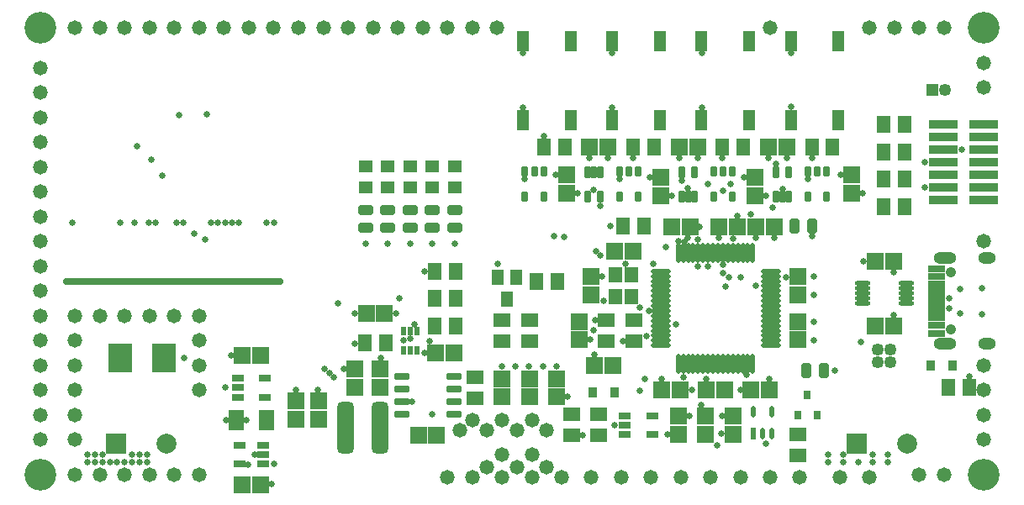
<source format=gbr>
%TF.GenerationSoftware,Altium Limited,Altium Designer,21.0.9 (235)*%
G04 Layer_Color=8388736*
%FSLAX45Y45*%
%MOMM*%
%TF.SameCoordinates,23D9C264-9E25-4532-ABEF-1D24AEF7D3CB*%
%TF.FilePolarity,Negative*%
%TF.FileFunction,Soldermask,Top*%
%TF.Part,Single*%
G01*
G75*
%TA.AperFunction,SMDPad,CuDef*%
%ADD24R,0.80000X0.90000*%
G04:AMPARAMS|DCode=25|XSize=1.15564mm|YSize=0.52981mm|CornerRadius=0.2649mm|HoleSize=0mm|Usage=FLASHONLY|Rotation=90.000|XOffset=0mm|YOffset=0mm|HoleType=Round|Shape=RoundedRectangle|*
%AMROUNDEDRECTD25*
21,1,1.15564,0.00000,0,0,90.0*
21,1,0.62584,0.52981,0,0,90.0*
1,1,0.52980,0.00000,0.31292*
1,1,0.52980,0.00000,-0.31292*
1,1,0.52980,0.00000,-0.31292*
1,1,0.52980,0.00000,0.31292*
%
%ADD25ROUNDEDRECTD25*%
%ADD26R,0.52981X1.15564*%
%ADD84R,1.70320X1.65320*%
%ADD85R,1.70320X1.40320*%
%ADD86R,1.40320X1.70320*%
%TA.AperFunction,ComponentPad*%
%ADD88C,1.25320*%
%ADD89R,1.25320X1.25320*%
%ADD90R,2.00320X2.00320*%
%TA.AperFunction,ViaPad*%
%ADD91C,3.20320*%
%TA.AperFunction,ComponentPad*%
%ADD92O,1.80320X1.20320*%
%ADD93O,2.30320X1.20320*%
%ADD94C,1.05320*%
%ADD95C,2.00320*%
%ADD96O,22.20320X0.70320*%
%TA.AperFunction,ViaPad*%
%ADD97C,0.65320*%
%ADD98C,1.47320*%
%TA.AperFunction,SMDPad,CuDef*%
G04:AMPARAMS|DCode=127|XSize=1.5032mm|YSize=0.9632mm|CornerRadius=0.1966mm|HoleSize=0mm|Usage=FLASHONLY|Rotation=270.000|XOffset=0mm|YOffset=0mm|HoleType=Round|Shape=RoundedRectangle|*
%AMROUNDEDRECTD127*
21,1,1.50320,0.57000,0,0,270.0*
21,1,1.11000,0.96320,0,0,270.0*
1,1,0.39320,-0.28500,-0.55500*
1,1,0.39320,-0.28500,0.55500*
1,1,0.39320,0.28500,0.55500*
1,1,0.39320,0.28500,-0.55500*
%
%ADD127ROUNDEDRECTD127*%
%ADD128R,2.99320X0.94320*%
%ADD129R,1.25320X0.80320*%
%ADD130R,1.30320X2.00320*%
%ADD131R,0.83320X1.03320*%
%ADD132R,2.36220X2.94620*%
%ADD133R,1.40320X1.30320*%
G04:AMPARAMS|DCode=134|XSize=1.5032mm|YSize=0.9632mm|CornerRadius=0.1966mm|HoleSize=0mm|Usage=FLASHONLY|Rotation=180.000|XOffset=0mm|YOffset=0mm|HoleType=Round|Shape=RoundedRectangle|*
%AMROUNDEDRECTD134*
21,1,1.50320,0.57000,0,0,180.0*
21,1,1.11000,0.96320,0,0,180.0*
1,1,0.39320,-0.55500,0.28500*
1,1,0.39320,0.55500,0.28500*
1,1,0.39320,0.55500,-0.28500*
1,1,0.39320,-0.55500,-0.28500*
%
%ADD134ROUNDEDRECTD134*%
G04:AMPARAMS|DCode=135|XSize=0.7532mm|YSize=1.0032mm|CornerRadius=0.1511mm|HoleSize=0mm|Usage=FLASHONLY|Rotation=0.000|XOffset=0mm|YOffset=0mm|HoleType=Round|Shape=RoundedRectangle|*
%AMROUNDEDRECTD135*
21,1,0.75320,0.70100,0,0,0.0*
21,1,0.45100,1.00320,0,0,0.0*
1,1,0.30220,0.22550,-0.35050*
1,1,0.30220,-0.22550,-0.35050*
1,1,0.30220,-0.22550,0.35050*
1,1,0.30220,0.22550,0.35050*
%
%ADD135ROUNDEDRECTD135*%
G04:AMPARAMS|DCode=136|XSize=0.6532mm|YSize=1.2532mm|CornerRadius=0.1511mm|HoleSize=0mm|Usage=FLASHONLY|Rotation=180.000|XOffset=0mm|YOffset=0mm|HoleType=Round|Shape=RoundedRectangle|*
%AMROUNDEDRECTD136*
21,1,0.65320,0.95100,0,0,180.0*
21,1,0.35100,1.25320,0,0,180.0*
1,1,0.30220,-0.17550,0.47550*
1,1,0.30220,0.17550,0.47550*
1,1,0.30220,0.17550,-0.47550*
1,1,0.30220,-0.17550,-0.47550*
%
%ADD136ROUNDEDRECTD136*%
%ADD137R,1.65320X1.70320*%
%ADD138R,1.20320X1.60320*%
%ADD139R,0.60320X0.85320*%
%ADD140R,1.20320X0.80320*%
%ADD141R,1.55320X2.05320*%
%ADD142O,0.50320X2.00320*%
%ADD143O,2.00320X0.50320*%
%TA.AperFunction,ConnectorPad*%
%ADD144R,1.65320X0.80320*%
%ADD145R,1.65320X0.50320*%
%TA.AperFunction,SMDPad,CuDef*%
G04:AMPARAMS|DCode=146|XSize=1.7032mm|YSize=5.2032mm|CornerRadius=0.4766mm|HoleSize=0mm|Usage=FLASHONLY|Rotation=180.000|XOffset=0mm|YOffset=0mm|HoleType=Round|Shape=RoundedRectangle|*
%AMROUNDEDRECTD146*
21,1,1.70320,4.25000,0,0,180.0*
21,1,0.75000,5.20320,0,0,180.0*
1,1,0.95320,-0.37500,2.12500*
1,1,0.95320,0.37500,2.12500*
1,1,0.95320,0.37500,-2.12500*
1,1,0.95320,-0.37500,-2.12500*
%
%ADD146ROUNDEDRECTD146*%
%ADD147R,1.40320X1.60320*%
%ADD148O,1.60320X0.45320*%
G04:AMPARAMS|DCode=149|XSize=0.7532mm|YSize=1.4532mm|CornerRadius=0.1511mm|HoleSize=0mm|Usage=FLASHONLY|Rotation=270.000|XOffset=0mm|YOffset=0mm|HoleType=Round|Shape=RoundedRectangle|*
%AMROUNDEDRECTD149*
21,1,0.75320,1.15100,0,0,270.0*
21,1,0.45100,1.45320,0,0,270.0*
1,1,0.30220,-0.57550,-0.22550*
1,1,0.30220,-0.57550,0.22550*
1,1,0.30220,0.57550,0.22550*
1,1,0.30220,0.57550,-0.22550*
%
%ADD149ROUNDEDRECTD149*%
D24*
X7880000Y850000D02*
D03*
X8070000D02*
D03*
X7975000Y1050000D02*
D03*
D25*
X7430000Y882528D02*
D03*
X7620000D02*
D03*
Y667472D02*
D03*
X7525000D02*
D03*
D26*
X7430000D02*
D03*
D84*
X6500000Y3057500D02*
D03*
Y3242500D02*
D03*
X7450000Y3057500D02*
D03*
Y3242500D02*
D03*
X8425000Y3082500D02*
D03*
Y3267500D02*
D03*
X3417339Y1131780D02*
D03*
Y1316780D02*
D03*
X5550000Y3267500D02*
D03*
Y3082500D02*
D03*
X7875000Y1792500D02*
D03*
Y1607500D02*
D03*
Y2057500D02*
D03*
Y2242500D02*
D03*
X5800000D02*
D03*
Y2057500D02*
D03*
X5675000Y1792500D02*
D03*
Y1607500D02*
D03*
X6950000Y842500D02*
D03*
Y657500D02*
D03*
X7225000D02*
D03*
Y842500D02*
D03*
X6675000D02*
D03*
Y657500D02*
D03*
X5450000Y1217500D02*
D03*
Y1032500D02*
D03*
X5175000Y1217500D02*
D03*
Y1032500D02*
D03*
X4900000Y1217500D02*
D03*
Y1032500D02*
D03*
X3675000Y1317500D02*
D03*
Y1132500D02*
D03*
X3050000Y992500D02*
D03*
Y807500D02*
D03*
X2825000Y992500D02*
D03*
Y807500D02*
D03*
D85*
X5175000Y1595000D02*
D03*
Y1805000D02*
D03*
X4625000Y1230000D02*
D03*
Y1020000D02*
D03*
X5950000Y1595000D02*
D03*
Y1805000D02*
D03*
X6225000Y1595000D02*
D03*
Y1805000D02*
D03*
X7875000Y445000D02*
D03*
Y655000D02*
D03*
X5875000Y855000D02*
D03*
Y645000D02*
D03*
X5600000D02*
D03*
Y855000D02*
D03*
X4900000Y1805000D02*
D03*
Y1595000D02*
D03*
D86*
X5320000Y3550000D02*
D03*
X5530000D02*
D03*
X9605000Y1125000D02*
D03*
X9395000D02*
D03*
X8230000Y3550000D02*
D03*
X8020000D02*
D03*
X7330000D02*
D03*
X7120000D02*
D03*
X6430000D02*
D03*
X6220000D02*
D03*
X6122280Y2755120D02*
D03*
X6332280D02*
D03*
X8745000Y2950000D02*
D03*
X8955000D02*
D03*
X8745000Y3225000D02*
D03*
X8955000D02*
D03*
X8745000Y3500000D02*
D03*
X8955000D02*
D03*
X8745000Y3775000D02*
D03*
X8955000D02*
D03*
X5245000Y2200000D02*
D03*
X5455000D02*
D03*
X4430000Y2300000D02*
D03*
X4220000D02*
D03*
X4430000Y2025000D02*
D03*
X4220000D02*
D03*
Y1750000D02*
D03*
X4430000D02*
D03*
X3520000Y1575000D02*
D03*
X3730000D02*
D03*
D88*
X8686500Y1513500D02*
D03*
X8813500D02*
D03*
X8686500Y1386500D02*
D03*
X8813500D02*
D03*
X9363500Y4125000D02*
D03*
D89*
X9236500D02*
D03*
D90*
X8476000Y558800D02*
D03*
X1016000D02*
D03*
D91*
X250000Y250000D02*
D03*
X9750000D02*
D03*
Y4750000D02*
D03*
X250000D02*
D03*
D92*
X9782000Y1568000D02*
D03*
Y2432000D02*
D03*
D93*
X9364000D02*
D03*
Y1568000D02*
D03*
D94*
X9417000Y2289000D02*
D03*
Y1711000D02*
D03*
D95*
X8984000Y558800D02*
D03*
X1524000D02*
D03*
D96*
X1584500Y2197600D02*
D03*
D97*
X7155180Y2141220D02*
D03*
X9158180Y3146000D02*
D03*
X9160300Y3400000D02*
D03*
X9531140Y3527000D02*
D03*
X8516620Y1590040D02*
D03*
X8532940Y3082500D02*
D03*
X7555840Y3057500D02*
D03*
X7203440Y3180080D02*
D03*
X6605880Y3057500D02*
D03*
X5657500Y3082500D02*
D03*
X8250000Y1300000D02*
D03*
X8185000Y450000D02*
D03*
X8335000D02*
D03*
X8185000Y375000D02*
D03*
X8335000D02*
D03*
X8485000D02*
D03*
X8635000D02*
D03*
X8785000Y450000D02*
D03*
X8635000D02*
D03*
X8785000Y375000D02*
D03*
X1325000D02*
D03*
X1175000Y450000D02*
D03*
X1250000D02*
D03*
X1325000D02*
D03*
X1250000Y375000D02*
D03*
X1175000D02*
D03*
X1100000D02*
D03*
X1025000D02*
D03*
X950000D02*
D03*
X875000D02*
D03*
X800000D02*
D03*
X725000D02*
D03*
X875000Y450000D02*
D03*
X800000D02*
D03*
X725000D02*
D03*
X2327500Y800000D02*
D03*
X2122500D02*
D03*
X7660000Y3380000D02*
D03*
X8542500Y2397500D02*
D03*
X5890000Y2957500D02*
D03*
X5992500Y2755000D02*
D03*
X1225000Y3557500D02*
D03*
X1372500Y3420000D02*
D03*
X1925000Y3877500D02*
D03*
X1650000Y3875000D02*
D03*
X7063100Y546900D02*
D03*
X7557500Y560000D02*
D03*
X7359969Y1256446D02*
D03*
X6887500Y2747500D02*
D03*
X6739189Y2590458D02*
D03*
X6675000Y2601510D02*
D03*
X6140000Y2372500D02*
D03*
X5927500Y2000000D02*
D03*
X5560202Y1032500D02*
D03*
X6957502Y1210203D02*
D03*
X9605000Y1235202D02*
D03*
X8842502Y1860205D02*
D03*
Y2289800D02*
D03*
X8019999Y3439800D02*
D03*
X7767498D02*
D03*
X7582499D02*
D03*
X7120001D02*
D03*
X6867500D02*
D03*
X6682501D02*
D03*
X6219998D02*
D03*
X5967501D02*
D03*
X5782498D02*
D03*
X5320000Y3660201D02*
D03*
X5130002Y3227299D02*
D03*
X5439797Y3267502D02*
D03*
X6079998Y3227299D02*
D03*
X6389796Y3242502D02*
D03*
X6709999Y3209798D02*
D03*
X7339800Y3242502D02*
D03*
X7979999Y3227299D02*
D03*
X8314799Y3267502D02*
D03*
X8022422Y2654899D02*
D03*
X6727100Y1227500D02*
D03*
X6815000Y1100000D02*
D03*
X7302500D02*
D03*
X6032297Y750001D02*
D03*
X5785201Y1607500D02*
D03*
X5910204Y2242500D02*
D03*
X7592502Y1210203D02*
D03*
X6507500D02*
D03*
X7267499Y2860203D02*
D03*
X7082500Y2639797D02*
D03*
X7642499D02*
D03*
X7457501D02*
D03*
X5832500Y1460200D02*
D03*
X6785204Y842498D02*
D03*
X6564798Y657499D02*
D03*
X5839800Y1805000D02*
D03*
X6114796Y1594998D02*
D03*
X5710204Y645003D02*
D03*
X8037500Y1602500D02*
D03*
Y1792500D02*
D03*
X7757500Y2237500D02*
D03*
X8037500Y2057500D02*
D03*
Y2242500D02*
D03*
X3911600Y1600200D02*
D03*
X3864970Y2029460D02*
D03*
X1478280Y3258820D02*
D03*
X6873240Y2347870D02*
D03*
X5847080Y2500270D02*
D03*
X5890260Y2458720D02*
D03*
X6972300Y2346960D02*
D03*
X6288099Y1091259D02*
D03*
X6337300Y1216660D02*
D03*
X6654800Y1765300D02*
D03*
X6774180Y3131820D02*
D03*
X5819140Y3119120D02*
D03*
X6423660Y2374900D02*
D03*
X6550660Y2545080D02*
D03*
X6769100Y2639800D02*
D03*
X5521661Y2646320D02*
D03*
X7127240Y3106420D02*
D03*
X7724140Y3130910D02*
D03*
X6875780Y2616200D02*
D03*
X7625080Y2938780D02*
D03*
X7226300Y2628900D02*
D03*
X7406640Y2872740D02*
D03*
X7124700Y2362200D02*
D03*
X7455398Y2149963D02*
D03*
X7122160Y2279460D02*
D03*
X7307580Y2237740D02*
D03*
X7188030Y2237910D02*
D03*
X6378310Y1899550D02*
D03*
X6283960Y1930400D02*
D03*
X6972300Y3180080D02*
D03*
X9730800Y1869440D02*
D03*
X9731948Y2124338D02*
D03*
X9514840Y2120900D02*
D03*
X6355080Y1648460D02*
D03*
X5824220Y1701800D02*
D03*
X4173530Y1592270D02*
D03*
X7117080Y840740D02*
D03*
X7106920Y660400D02*
D03*
X3305699Y1315000D02*
D03*
X1700000Y1425000D02*
D03*
X4424680Y2575560D02*
D03*
X5427980Y2654300D02*
D03*
X3246120Y1978660D02*
D03*
X3205480Y1229360D02*
D03*
X4196080Y858520D02*
D03*
X3116183Y1318260D02*
D03*
X3162300Y1272540D02*
D03*
X2606040Y355600D02*
D03*
X3975000Y2575000D02*
D03*
X4200000D02*
D03*
X3750000D02*
D03*
X3525000D02*
D03*
X2341880Y353060D02*
D03*
X2410460Y449580D02*
D03*
X3683450Y1425200D02*
D03*
X5173980Y1338580D02*
D03*
X5311140D02*
D03*
X5036820D02*
D03*
X5448300D02*
D03*
X4899660D02*
D03*
X7807960Y3954780D02*
D03*
Y4500880D02*
D03*
X6911340Y3952240D02*
D03*
Y4498340D02*
D03*
X6009640Y3952240D02*
D03*
Y4498340D02*
D03*
X568960Y2786380D02*
D03*
X1059180D02*
D03*
X1201420D02*
D03*
X1343660D02*
D03*
X1409700D02*
D03*
X1620520D02*
D03*
X1689100D02*
D03*
X1968500D02*
D03*
X2039620D02*
D03*
X2110740D02*
D03*
X2600960D02*
D03*
X2529840D02*
D03*
X2250440D02*
D03*
X2179320D02*
D03*
X5110480Y4498340D02*
D03*
Y3952240D02*
D03*
X2176780Y1450340D02*
D03*
X4018280Y1767840D02*
D03*
X3830320Y1877060D02*
D03*
X4853940Y2376640D02*
D03*
X9514840Y1871980D02*
D03*
X2583180Y152400D02*
D03*
X6901360Y954220D02*
D03*
X1798320Y2677160D02*
D03*
X1913890Y2622867D02*
D03*
X4117340Y2299780D02*
D03*
X4119880Y1474940D02*
D03*
X3992880Y988060D02*
D03*
X3975100Y1620520D02*
D03*
X3416300Y1874520D02*
D03*
X3416100Y1572340D02*
D03*
X3048000Y1107440D02*
D03*
X2821940D02*
D03*
X2115820Y1125220D02*
D03*
X9403440Y2024380D02*
D03*
X9405620Y1925320D02*
D03*
D98*
X4350000Y225000D02*
D03*
X4475000Y700000D02*
D03*
X5350000D02*
D03*
Y325000D02*
D03*
X5050000D02*
D03*
X4750000D02*
D03*
X5050000Y700000D02*
D03*
X4750000D02*
D03*
X4900000Y450000D02*
D03*
X5200000D02*
D03*
Y800000D02*
D03*
X4900000D02*
D03*
X4600000D02*
D03*
X8600000Y225000D02*
D03*
X8300000D02*
D03*
X9750000Y1100000D02*
D03*
Y850000D02*
D03*
Y600000D02*
D03*
X9100000Y250000D02*
D03*
X9350000D02*
D03*
X9750000Y1350000D02*
D03*
Y2600000D02*
D03*
Y4150000D02*
D03*
Y4400000D02*
D03*
X1850000Y1100000D02*
D03*
Y1350000D02*
D03*
Y1600000D02*
D03*
Y1850000D02*
D03*
X1600000D02*
D03*
X1350000D02*
D03*
X1100000D02*
D03*
X850000D02*
D03*
X600000D02*
D03*
Y1600000D02*
D03*
Y1350000D02*
D03*
Y1100000D02*
D03*
Y850000D02*
D03*
Y600000D02*
D03*
Y250000D02*
D03*
X850000D02*
D03*
X1100000D02*
D03*
X1350000D02*
D03*
X1600000D02*
D03*
X1850000D02*
D03*
X8600000Y4750000D02*
D03*
X8850000D02*
D03*
X9100000D02*
D03*
X9350000D02*
D03*
X4600000D02*
D03*
X4850000D02*
D03*
X7600000D02*
D03*
X600000D02*
D03*
X850000D02*
D03*
X1100000D02*
D03*
X1350000D02*
D03*
X1600000D02*
D03*
X1850000D02*
D03*
X2100000D02*
D03*
X2350000D02*
D03*
X2600000D02*
D03*
X2850000D02*
D03*
X3100000D02*
D03*
X3350000D02*
D03*
X3600000D02*
D03*
X3850000D02*
D03*
X4100000D02*
D03*
X4350000D02*
D03*
X250000Y4350000D02*
D03*
Y4100000D02*
D03*
Y3850000D02*
D03*
Y3600000D02*
D03*
Y3350000D02*
D03*
Y3100000D02*
D03*
Y2850000D02*
D03*
Y2600000D02*
D03*
Y2350000D02*
D03*
Y2100000D02*
D03*
Y1850000D02*
D03*
Y1600000D02*
D03*
Y1350000D02*
D03*
Y1100000D02*
D03*
Y850000D02*
D03*
Y600000D02*
D03*
X4600000Y225000D02*
D03*
X4900000D02*
D03*
X5200000D02*
D03*
X5500000D02*
D03*
X5800000D02*
D03*
X6100000D02*
D03*
X6400000D02*
D03*
X6700000D02*
D03*
X7000000D02*
D03*
X7300000D02*
D03*
X7600000D02*
D03*
X7900000D02*
D03*
D127*
X8140000Y1300000D02*
D03*
X7961000D02*
D03*
X7843420Y2755100D02*
D03*
X8022420D02*
D03*
D128*
X9346500Y3654000D02*
D03*
X9753500D02*
D03*
X9346500Y3781000D02*
D03*
X9753500D02*
D03*
X9346500Y3400000D02*
D03*
X9753500D02*
D03*
X9346500Y3527000D02*
D03*
X9753500D02*
D03*
X9346500Y3146000D02*
D03*
X9753500D02*
D03*
X9346500Y3273000D02*
D03*
X9753500D02*
D03*
X9346500Y3019000D02*
D03*
X9753500D02*
D03*
D129*
X2512500Y1220000D02*
D03*
Y1030000D02*
D03*
X2237500D02*
D03*
Y1125000D02*
D03*
Y1220000D02*
D03*
X6412500Y845000D02*
D03*
Y655000D02*
D03*
X6137500D02*
D03*
Y750000D02*
D03*
Y845000D02*
D03*
D130*
X5109501Y4620099D02*
D03*
X5589500D02*
D03*
X5109500Y3820100D02*
D03*
X5589500Y3820101D02*
D03*
X6909501Y4620099D02*
D03*
X7389500D02*
D03*
X6909500Y3820100D02*
D03*
X7389500Y3820101D02*
D03*
X7809501Y4620099D02*
D03*
X8289500D02*
D03*
X7809500Y3820100D02*
D03*
X8289500Y3820101D02*
D03*
X6009501Y4620099D02*
D03*
X6489500D02*
D03*
X6009500Y3820100D02*
D03*
X6489500Y3820101D02*
D03*
D131*
X5813500Y1075000D02*
D03*
X6036500D02*
D03*
X9213500Y1350000D02*
D03*
X9436500D02*
D03*
D132*
X1054000Y1425000D02*
D03*
X1496000D02*
D03*
D133*
X4425000Y3355000D02*
D03*
Y3145000D02*
D03*
X4200000Y3355000D02*
D03*
Y3145000D02*
D03*
X3975000Y3355000D02*
D03*
Y3145000D02*
D03*
X3749976Y3354999D02*
D03*
Y3144999D02*
D03*
X3525000Y3355000D02*
D03*
Y3145000D02*
D03*
D134*
X4425000Y2735000D02*
D03*
Y2914000D02*
D03*
X3975000Y2735000D02*
D03*
Y2914000D02*
D03*
X4200000Y2735000D02*
D03*
Y2914000D02*
D03*
X3750000Y2735000D02*
D03*
Y2914000D02*
D03*
X3525000Y2735000D02*
D03*
Y2914000D02*
D03*
D135*
X8170000Y3047500D02*
D03*
X7980000D02*
D03*
Y3302500D02*
D03*
X8075000D02*
D03*
X8170000D02*
D03*
X7220000Y3047500D02*
D03*
X7030000D02*
D03*
Y3302500D02*
D03*
X7125000D02*
D03*
X7220000D02*
D03*
X6270000Y3047500D02*
D03*
X6080000D02*
D03*
Y3302500D02*
D03*
X6175000D02*
D03*
X6270000D02*
D03*
X5130000Y3047500D02*
D03*
X5320000Y3302500D02*
D03*
X5225000D02*
D03*
X5130000D02*
D03*
X5320000Y3047500D02*
D03*
D136*
X7660000Y3297500D02*
D03*
X7790000D02*
D03*
Y3052500D02*
D03*
X7725000D02*
D03*
X7660000D02*
D03*
X6710000Y3297500D02*
D03*
X6840000D02*
D03*
Y3052500D02*
D03*
X6775000D02*
D03*
X6710000D02*
D03*
X5890000Y3052500D02*
D03*
X5760000D02*
D03*
Y3297500D02*
D03*
X5825000D02*
D03*
X5890000D02*
D03*
D137*
X7582500Y3550000D02*
D03*
X7767500D02*
D03*
X6682500D02*
D03*
X6867500D02*
D03*
X5782500D02*
D03*
X5967500D02*
D03*
X7457500Y2750000D02*
D03*
X7642500D02*
D03*
X7267500D02*
D03*
X7082500D02*
D03*
X6792500D02*
D03*
X6607500D02*
D03*
X6217500Y2500000D02*
D03*
X6032500D02*
D03*
X5832500Y1350000D02*
D03*
X6017500D02*
D03*
X8657500Y2400000D02*
D03*
X8842500D02*
D03*
Y1750000D02*
D03*
X8657500D02*
D03*
X7592500Y1100000D02*
D03*
X7407500D02*
D03*
X7142500D02*
D03*
X6957500D02*
D03*
X6507500D02*
D03*
X6692500D02*
D03*
X4232500Y1475000D02*
D03*
X4417500D02*
D03*
X4242500Y650000D02*
D03*
X4057500D02*
D03*
X3532500Y1875000D02*
D03*
X3717500D02*
D03*
X2467500Y150000D02*
D03*
X2282500D02*
D03*
Y1450000D02*
D03*
X2467500D02*
D03*
D138*
X4855000Y2235000D02*
D03*
X4950000Y2015000D02*
D03*
X5045000Y2235000D02*
D03*
D139*
X4040000Y1505000D02*
D03*
X3975000D02*
D03*
X3910000D02*
D03*
Y1695000D02*
D03*
X3975000D02*
D03*
X4040000D02*
D03*
D140*
X2495000Y355000D02*
D03*
Y450000D02*
D03*
Y545000D02*
D03*
X2255000D02*
D03*
Y355000D02*
D03*
D141*
X2527500Y800000D02*
D03*
X2222500D02*
D03*
D142*
X6825000Y1370000D02*
D03*
X6875000D02*
D03*
X6925000D02*
D03*
X6975000D02*
D03*
X7125000D02*
D03*
X7175000D02*
D03*
X7225000D02*
D03*
X6775000Y2480000D02*
D03*
X7275000Y1370000D02*
D03*
X7025000D02*
D03*
X7075000D02*
D03*
X6675000D02*
D03*
X6725000D02*
D03*
X6775000D02*
D03*
X7325000D02*
D03*
X7375000D02*
D03*
X7425000D02*
D03*
Y2480000D02*
D03*
X7375000D02*
D03*
X7325000D02*
D03*
X7275000D02*
D03*
X7225000D02*
D03*
X7175000D02*
D03*
X7125000D02*
D03*
X7075000D02*
D03*
X7025000D02*
D03*
X6975000D02*
D03*
X6925000D02*
D03*
X6875000D02*
D03*
X6825000D02*
D03*
X6725000D02*
D03*
X6675000D02*
D03*
D143*
X7605000Y1950000D02*
D03*
Y2000000D02*
D03*
Y2050000D02*
D03*
Y2100000D02*
D03*
Y2150000D02*
D03*
Y1550000D02*
D03*
Y1600000D02*
D03*
Y1650000D02*
D03*
Y1700000D02*
D03*
X6495000Y1950000D02*
D03*
Y1850000D02*
D03*
X7605000Y1750000D02*
D03*
Y1800000D02*
D03*
Y1850000D02*
D03*
Y1900000D02*
D03*
X6495000Y2250000D02*
D03*
Y2200000D02*
D03*
Y2150000D02*
D03*
Y2300000D02*
D03*
Y2100000D02*
D03*
Y2050000D02*
D03*
Y2000000D02*
D03*
Y1900000D02*
D03*
Y1800000D02*
D03*
Y1750000D02*
D03*
Y1700000D02*
D03*
Y1650000D02*
D03*
Y1600000D02*
D03*
Y1550000D02*
D03*
X7605000Y2200000D02*
D03*
Y2250000D02*
D03*
Y2300000D02*
D03*
D144*
X9272500Y1755000D02*
D03*
Y1675000D02*
D03*
Y2245000D02*
D03*
Y2325000D02*
D03*
D145*
Y1925000D02*
D03*
Y1875000D02*
D03*
Y1825000D02*
D03*
Y2075000D02*
D03*
Y2125000D02*
D03*
Y2175000D02*
D03*
Y2025000D02*
D03*
Y1975000D02*
D03*
D146*
X3675001Y725000D02*
D03*
X3325000D02*
D03*
D147*
X6205000Y2040000D02*
D03*
Y2260000D02*
D03*
X6045000Y2040000D02*
D03*
Y2260000D02*
D03*
D148*
X8970000Y1975000D02*
D03*
Y2025000D02*
D03*
Y2075000D02*
D03*
Y2125000D02*
D03*
Y2175000D02*
D03*
X8530000Y1975000D02*
D03*
Y2025000D02*
D03*
Y2075000D02*
D03*
Y2125000D02*
D03*
Y2175000D02*
D03*
D149*
X3887500Y1240500D02*
D03*
Y1113500D02*
D03*
Y986500D02*
D03*
Y859500D02*
D03*
X4412500Y1240500D02*
D03*
Y1113500D02*
D03*
Y986500D02*
D03*
Y859500D02*
D03*
%TF.MD5,9c789e71a0b90dd394efce35426a5003*%
M02*

</source>
